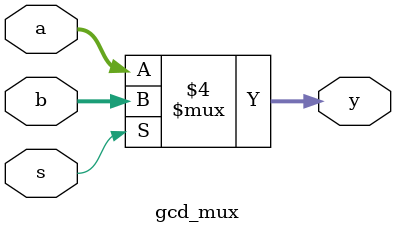
<source format=v>
`timescale 1ns / 1ps


module gcd_mux(
input wire[3:0]a,
input wire[3:0]b,
input wire s,
output reg[3:0]y
    );
    always@(*)
    if(s==0)
    y=a;
    else
    y=b;
endmodule

</source>
